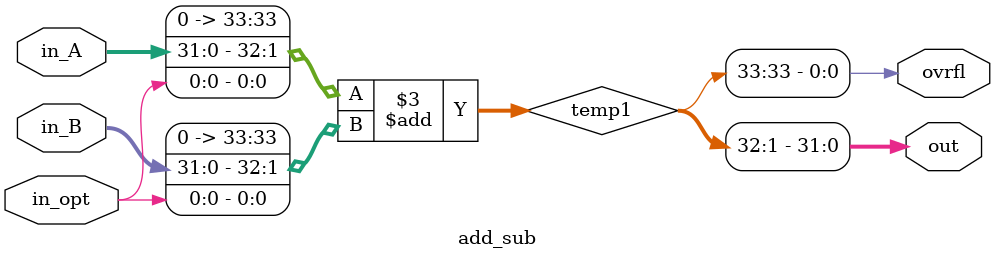
<source format=v>
`timescale 1ns/1ps
module add_sub#(parameter WIDTH = 32) (
  input [WIDTH-1:0] in_A,
  input [WIDTH-1:0] in_B,
  input in_opt,
  output reg[WIDTH-1:0] out,
  output reg ovrfl);
    
wire [WIDTH-1:0] temp;
reg [WIDTH+1:0] temp1;

assign temp = in_B ^ {WIDTH{in_opt}};


always @* begin
    temp1 = {in_A, in_opt} + {in_B, in_opt};
	 {ovrfl, out} = temp1[WIDTH+1:1];
end
endmodule


</source>
